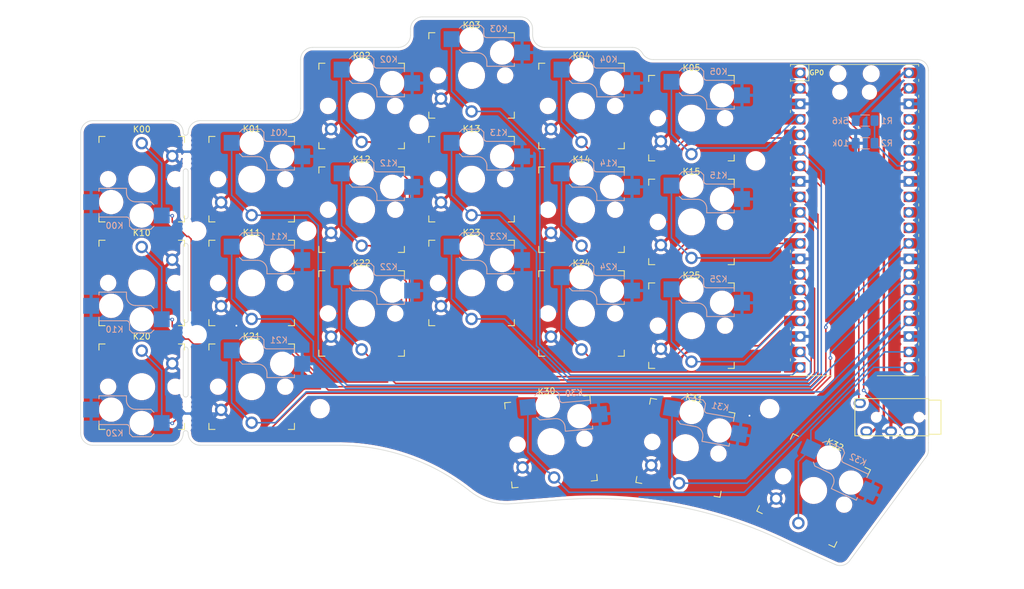
<source format=kicad_pcb>
(kicad_pcb (version 20211014) (generator pcbnew)
  (title_block (rev "rev1.0"))
  (layers (0 "F.Cu" signal) (31 "B.Cu" signal) (34 "B.Paste" user) (35 "F.Paste" user) (36 "B.SilkS" user "B.Silkscreen") (37 "F.SilkS" user "F.Silkscreen") (38 "B.Mask" user) (39 "F.Mask" user) (44 "Edge.Cuts" user))
  (net 0 "")
  (net 1 "GND")
  (net 2 "/k00")
  (net 3 "/k01")
  (net 4 "/k02")
  (net 5 "/k03")
  (net 6 "/k04")
  (net 7 "/k05")
  (net 8 "/k10")
  (net 9 "/k11")
  (net 10 "/k12")
  (net 11 "/k13")
  (net 12 "/k14")
  (net 13 "/k15")
  (net 14 "/k20")
  (net 15 "/k21")
  (net 16 "/k22")
  (net 17 "/k23")
  (net 18 "/k24")
  (net 19 "/k25")
  (net 20 "/k30")
  (net 21 "/k31")
  (net 22 "/k32")
  (net 23 "rx")
  (net 24 "tx")
  (net 25 "VBUS")
  (net 26 "vbus_sense")
  (net 33 "VCC")
  (footprint "keyswitches:Kailh_socket_PG1350_optional" (layer "F.Cu") (at 164 94)
    (fp_text reference "K25")
    (fp_text value "KEYSW")
  )
  (footprint "keyswitches:Kailh_socket_PG1350_optional" (layer "F.Cu") (at 146 92)
    (fp_text reference "K24")
    (fp_text value "KEYSW")
  )
  (footprint "keyswitches:Kailh_socket_PG1350_optional" (layer "F.Cu") (at 92 104)
    (fp_text reference "K21")
    (fp_text value "KEYSW")
  )
  (footprint "keyswitches:Kailh_socket_PG1350_optional" (layer "F.Cu") (at 110 58)
    (fp_text reference "K02")
    (fp_text value "KEYSW")
  )
  (footprint "beekeeb_lib:MountingHole_2.2mm_M2-8mm" (layer "F.Cu") (at 103.2 107.6)
    (fp_text reference "H4" hide)
    (fp_text value "MountingHole")
  )
  (footprint "keyswitches:Kailh_socket_PG1350_optional" (layer "F.Cu") (at 74 87 180)
    (fp_text reference "K10")
    (fp_text value "KEYSW")
  )
  (footprint "RPi_Pico:RPi_Pico_SMD_TH" (layer "F.Cu") (at 190.7032 76.708)
    (fp_text reference "U2" hide)
    (fp_text value "Pico")
  )
  (footprint "keyswitches:Kailh_socket_PG1350_optional" (layer "F.Cu") (at 146 58)
    (fp_text reference "K04")
    (fp_text value "KEYSW")
  )
  (footprint "keyswitches:Kailh_socket_PG1350_optional" (layer "F.Cu") (at 110 75)
    (fp_text reference "K12")
    (fp_text value "KEYSW")
  )
  (footprint "beekeeb_lib:MountingHole_2.2mm_M2-8mm" (layer "F.Cu") (at 174.5 67)
    (fp_text reference "H2" hide)
    (fp_text value "MountingHole")
  )
  (footprint "keyswitches:Kailh_socket_PG1350_optional" (layer "F.Cu") (at 141 113 5)
    (fp_text reference "K30")
    (fp_text value "KEYSW")
  )
  (footprint "beekeeb_lib:MountingHole_2.2mm_M2-8mm" (layer "F.Cu") (at 83 95.5)
    (fp_text reference "H4" hide)
    (fp_text value "MountingHole")
  )
  (footprint "keyswitches:Kailh_socket_PG1350_optional" (layer "F.Cu") (at 92 70)
    (fp_text reference "K01")
    (fp_text value "KEYSW")
  )
  (footprint "beekeeb_lib:mousebites_2" (layer "F.Cu") (at 81.4 78.5 90)
    (fp_text reference "MB1" hide)
    (fp_text value "MountingHole" hide)
  )
  (footprint "beekeeb_lib:mousebites_3" (layer "F.Cu") (at 81.4 108.4352 90)
    (fp_text reference "MB3" hide)
    (fp_text value "MountingHole" hide)
  )
  (footprint "beekeeb_lib:mousebites_2" (layer "F.Cu") (at 81.4 95.5 90)
    (fp_text reference "MB2" hide)
    (fp_text value "MountingHole" hide)
  )
  (footprint "keyswitches:Kailh_socket_PG1350_optional" (layer "F.Cu") (at 146 75)
    (fp_text reference "K14")
    (fp_text value "KEYSW")
  )
  (footprint "keyswitches:Kailh_socket_PG1350_optional" (layer "F.Cu") (at 128 87)
    (fp_text reference "K23")
    (fp_text value "KEYSW")
  )
  (footprint "keyswitches:Kailh_socket_PG1350_optional" (layer "F.Cu") (at 128 53)
    (fp_text reference "K03")
    (fp_text value "KEYSW")
  )
  (footprint "beekeeb_lib:MountingHole_2.2mm_M2-8mm" (layer "F.Cu") (at 83 78.5)
    (fp_text reference "H4" hide)
    (fp_text value "MountingHole")
  )
  (footprint "beekeeb_lib:MountingHole_2.2mm_M2-8mm" (layer "F.Cu") (at 119.4 61)
    (fp_text reference "H1" hide)
    (fp_text value "MountingHole")
  )
  (footprint "keyswitches:Kailh_socket_PG1350_optional" (layer "F.Cu") (at 110 92)
    (fp_text reference "K22")
    (fp_text value "KEYSW")
  )
  (footprint "Keebio-Parts:TRRS-PJ-320A" (layer "F.Cu") (at 202.85 109 -90)
    (fp_text reference "J1" hide)
    (fp_text value "TRRS")
  )
  (footprint "keyswitches:Kailh_socket_PG1350_optional" (layer "F.Cu") (at 164 77)
    (fp_text reference "K15")
    (fp_text value "KEYSW")
  )
  (footprint "beekeeb_lib:MountingHole_2.2mm_M2-8mm" (layer "F.Cu") (at 176.8 107.6)
    (fp_text reference "H3" hide)
    (fp_text value "MountingHole")
  )
  (footprint "beekeeb_lib:MountingHole_2.2mm_M2-8mm" (layer "F.Cu") (at 101 78.5)
    (fp_text reference "H1" hide)
    (fp_text value "MountingHole")
  )
  (footprint "keyswitches:Kailh_socket_PG1350_optional" (layer "F.Cu") (at 184 121 -25)
    (fp_text reference "K32")
    (fp_text value "KEYSW")
  )
  (footprint "keyswitches:Kailh_socket_PG1350_optional" (layer "F.Cu") (at 92 87)
    (fp_text reference "K11")
    (fp_text value "KEYSW")
  )
  (footprint "keyswitches:Kailh_socket_PG1350_optional" (layer "F.Cu") (at 164 60)
    (fp_text reference "K05")
    (fp_text value "KEYSW")
  )
  (footprint "beekeeb_lib:mousebites_3" (layer "F.Cu") (at 81.4 65.5352 90)
    (fp_text reference "MB4" hide)
    (fp_text value "MountingHole" hide)
  )
  (footprint "keyswitches:Kailh_socket_PG1350_optional" (layer "F.Cu") (at 74 104 180)
    (fp_text reference "K20")
    (fp_text value "KEYSW")
  )
  (footprint "keyswitches:Kailh_socket_PG1350_optional" (layer "F.Cu") (at 128 70)
    (fp_text reference "K13")
    (fp_text value "KEYSW")
  )
  (footprint "keyswitches:Kailh_socket_PG1350_optional" (layer "F.Cu") (at 74 70 180)
    (fp_text reference "K00")
    (fp_text value "KEYSW")
  )
  (footprint "keyswitches:Kailh_socket_PG1350_optional" (layer "F.Cu") (at 163 114 -10)
    (fp_text reference "K31")
    (fp_text value "KEYSW")
  )
  (footprint "Resistor_SMD:R_1206_3216Metric_Pad1.30x1.75mm_HandSolder" (layer "B.Cu") (at 192.4304 64.1096 180)
    (fp_text reference "R2")
    (fp_text value "10k")
  )
  (footprint "Resistor_SMD:R_1206_3216Metric_Pad1.30x1.75mm_HandSolder" (layer "B.Cu") (at 192.4304 60.4012)
    (fp_text reference "R1")
    (fp_text value "5k6")
  )
  (gr_line (start 81.6 97.9) (end 81.6 105.3) (layer "Edge.Cuts") (width 0.1))
  (gr_arc (start 201 50.4) (mid 202.272792 50.927208) (end 202.8 52.2) (layer "Edge.Cuts") (width 0.1))
  (gr_line (start 98 60.4) (end 83.6 60.4) (layer "Edge.Cuts") (width 0.1))
  (gr_arc (start 100 50.4) (mid 100.585786 48.985786) (end 102 48.4) (layer "Edge.Cuts") (width 0.1))
  (gr_line (start 83.6 113.6) (end 106.5 113.6) (layer "Edge.Cuts") (width 0.1))
  (gr_line (start 189.949999 132.449999) (end 202.434044 115.487896) (layer "Edge.Cuts") (width 0.1))
  (gr_arc (start 134.5 123.175) (mid 130.930967 122.788889) (end 127.75 121.125) (layer "Edge.Cuts") (width 0.1))
  (gr_arc (start 118 45.4) (mid 118.585786 43.985786) (end 120 43.4) (layer "Edge.Cuts") (width 0.1))
  (gr_arc (start 78.8 60.4) (mid 80.214214 60.985786) (end 80.8 62.4) (layer "Edge.Cuts") (width 0.1))
  (gr_line (start 201 50.4) (end 157.750002 50.399998) (layer "Edge.Cuts") (width 0.1))
  (gr_line (start 118 45.4) (end 118 46.4) (layer "Edge.Cuts") (width 0.1))
  (gr_arc (start 81.6 62.4) (mid 81.2 62.8) (end 80.8 62.4) (layer "Edge.Cuts") (width 0.1))
  (gr_line (start 138 46.4) (end 138 45.4) (layer "Edge.Cuts") (width 0.1))
  (gr_line (start 81.6 68.7) (end 81.6 76.1) (layer "Edge.Cuts") (width 0.1))
  (gr_arc (start 81.6 93.1) (mid 81.2 93.5) (end 80.8 93.1) (layer "Edge.Cuts") (width 0.1))
  (gr_arc (start 80.8 111.6) (mid 81.2 111.2) (end 81.6 111.6) (layer "Edge.Cuts") (width 0.1))
  (gr_arc (start 81.6 76.1) (mid 81.2 76.5) (end 80.8 76.1) (layer "Edge.Cuts") (width 0.1))
  (gr_arc (start 80.8 111.6) (mid 80.214214 113.014214) (end 78.8 113.6) (layer "Edge.Cuts") (width 0.1))
  (gr_line (start 80.8 97.9) (end 80.8 105.3) (layer "Edge.Cuts") (width 0.1))
  (gr_arc (start 202.8 114.4) (mid 202.70606 114.973899) (end 202.434044 115.487896) (layer "Edge.Cuts") (width 0.1))
  (gr_line (start 100 50.4) (end 100 58.4) (layer "Edge.Cuts") (width 0.1))
  (gr_arc (start 80.8 68.7) (mid 81.2 68.3) (end 81.6 68.7) (layer "Edge.Cuts") (width 0.1))
  (gr_line (start 78.8 60.4) (end 66 60.4) (layer "Edge.Cuts") (width 0.1))
  (gr_line (start 66 113.6) (end 78.8 113.6) (layer "Edge.Cuts") (width 0.1))
  (gr_arc (start 136 43.4) (mid 137.414214 43.985786) (end 138 45.4) (layer "Edge.Cuts") (width 0.1))
  (gr_arc (start 118 46.4) (mid 117.414214 47.814214) (end 116 48.4) (layer "Edge.Cuts") (width 0.1))
  (gr_arc (start 66 113.6) (mid 64.585786 113.014214) (end 64 111.6) (layer "Edge.Cuts") (width 0.1))
  (gr_line (start 202.8 114.4) (end 202.8 113.2) (layer "Edge.Cuts") (width 0.1))
  (gr_line (start 141.8 122.600001) (end 134.5 123.175) (layer "Edge.Cuts") (width 0.1))
  (gr_line (start 180.129399 129.8) (end 187.513868 133.121447) (layer "Edge.Cuts") (width 0.1))
  (gr_arc (start 83.6 113.6) (mid 82.185786 113.014214) (end 81.6 111.6) (layer "Edge.Cuts") (width 0.1))
  (gr_arc (start 140 48.4) (mid 138.585786 47.814214) (end 138 46.4) (layer "Edge.Cuts") (width 0.1))
  (gr_line (start 80.8 68.7) (end 80.8 76.1) (layer "Edge.Cuts") (width 0.1))
  (gr_arc (start 157.750002 50.399998) (mid 156.742216 50.132373) (end 156 49.4) (layer "Edge.Cuts") (width 0.1))
  (gr_line (start 64 62.4) (end 64 111.6) (layer "Edge.Cuts") (width 0.1))
  (gr_arc (start 80.8 97.9) (mid 81.2 97.5) (end 81.6 97.9) (layer "Edge.Cuts") (width 0.1))
  (gr_line (start 80.8 80.9) (end 80.8 93.1) (layer "Edge.Cuts") (width 0.1))
  (gr_arc (start 80.8 80.9) (mid 81.2 80.5) (end 81.6 80.9) (layer "Edge.Cuts") (width 0.1))
  (gr_line (start 136 43.4) (end 120 43.4) (layer "Edge.Cuts") (width 0.1))
  (gr_arc (start 64 62.4) (mid 64.585786 60.985786) (end 66 60.4) (layer "Edge.Cuts") (width 0.1))
  (gr_arc (start 106.5 113.600001) (mid 117.756229 115.57996) (end 127.75 121.125) (layer "Edge.Cuts") (width 0.1))
  (gr_line (start 116 48.4) (end 102 48.4) (layer "Edge.Cuts") (width 0.1))
  (gr_arc (start 154.3 48.4) (mid 155.286154 48.668538) (end 156 49.4) (layer "Edge.Cuts") (width 0.1))
  (gr_line (start 81.6 80.9) (end 81.6 93.1) (layer "Edge.Cuts") (width 0.1))
  (gr_line (start 202.8 113.2) (end 202.8 52.2) (layer "Edge.Cuts") (width 0.1))
  (gr_arc (start 81.6 105.3) (mid 81.2 105.7) (end 80.8 105.3) (layer "Edge.Cuts") (width 0.1))
  (gr_arc (start 100 58.4) (mid 99.414214 59.814214) (end 98 60.4) (layer "Edge.Cuts") (width 0.1))
  (gr_arc (start 81.6 62.4) (mid 82.185786 60.985786) (end 83.6 60.4) (layer "Edge.Cuts") (width 0.1))
  (gr_arc (start 189.949999 132.449999) (mid 188.858511 133.244969) (end 187.513868 133.121447) (layer "Edge.Cuts") (width 0.1))
  (gr_line (start 154.3 48.4) (end 140 48.4) (layer "Edge.Cuts") (width 0.1))
  (gr_arc (start 141.8 122.600001) (mid 161.459797 123.564333) (end 180.129399 129.8) (layer "Edge.Cuts") (width 0.1))
  (segment (start 199.5932 95.758) (end 198.3432 95.758) (width 0.4) (layer "F.Cu") (net 1))
  (segment (start 198.3432 95.758) (end 196.65 97.4512) (width 0.4) (layer "F.Cu") (net 1))
  (segment (start 196.65 97.4512) (end 196.65 111.3) (width 0.4) (layer "F.Cu") (net 1))
  (via (at 89.5 94) (size 0.6) (drill 0.3) (layers "F.Cu" "B.Cu") (net 1))
  (via (at 173.5 108.75) (size 0.6) (drill 0.3) (layers "F.Cu" "B.Cu") (net 1))
  (segment (start 81.125527 108.4) (end 77.99952 105.273993) (width 0.4) (layer "B.Cu") (net 1))
  (segment (start 84 67.2) (end 84 70.8) (width 0.4) (layer "B.Cu") (net 1))
  (segment (start 77.99952 105.273993) (end 77.99952 101.20048) (width 0.4) (layer "B.Cu") (net 1))
  (segment (start 87 107.8) (end 86.4 108.4) (width 0.4) (layer "B.Cu") (net 1))
  (segment (start 84 70.8) (end 87 73.8) (width 0.4) (layer "B.Cu") (net 1))
  (segment (start 82.3 65.5) (end 84 67.2) (width 0.4) (layer "B.Cu") (net 1))
  (segment (start 77.99952 101.20048) (end 79 100.2) (width 0.4) (layer "B.Cu") (net 1))
  (segment (start 79.7 65.5) (end 82.3 65.5) (width 0.4) (layer "B.Cu") (net 1))
  (segment (start 86.4 108.4) (end 81.125527 108.4) (width 0.4) (layer "B.Cu") (net 1))
  (segment (start 79 66.2) (end 79.7 65.5) (width 0.4) (layer "B.Cu") (net 1))
  (segment (start 183.532555 103.999081) (end 185.249999 102.281637) (width 0.25) (layer "F.Cu") (net 2))
  (segment (start 185.249999 102.281637) (end 185.25 71.2548) (width 0.25) (layer "F.Cu") (net 2))
  (segment (start 81.658686 79.375479) (end 82.1 79.816793) (width 0.25) (layer "F.Cu") (net 2))
  (segment (start 79 77) (end 81.375479 79.375479) (width 0.25) (layer "F.Cu") (net 2))
  (segment (start 79 76) (end 79 77) (width 0.25) (layer "F.Cu") (net 2))
  (segment (start 95.601649 94.824511) (end 104.776219 103.999081) (width 0.25) (layer "F.Cu") (net 2))
  (segment (start 82.1 91.5) (end 85.424511 94.824511) (width 0.25) (layer "F.Cu") (net 2))
  (segment (start 104.776219 103.999081) (end 183.532555 103.999081) (width 0.25) (layer "F.Cu") (net 2))
  (segment (start 185.25 71.2548) (end 181.8132 67.818) (width 0.25) (layer "F.Cu") (net 2))
  (segment (start 82.1 79.816793) (end 82.1 91.5) (width 0.25) (layer "F.Cu") (net 2))
  (segment (start 81.375479 79.375479) (end 81.658686 79.375479) (width 0.25) (layer "F.Cu") (net 2))
  (segment (start 85.424511 94.824511) (end 95.601649 94.824511) (width 0.25) (layer "F.Cu") (net 2))
  (via (at 79 76) (size 0.6) (drill 0.3) (layers "F.Cu" "B.Cu") (net 2))
  (segment (start 77.275 67.375) (end 77.275 75.95) (width 0.25) (layer "B.Cu") (net 2))
  (segment (start 78.95 75.95) (end 77.275 75.95) (width 0.25) (layer "B.Cu") (net 2))
  (segment (start 79 76) (end 78.95 75.95) (width 0.25) (layer "B.Cu") (net 2))
  (segment (start 74 64.1) (end 77.275 67.375) (width 0.25) (layer "B.Cu") (net 2))
  (segment (start 107.626657 103.749519) (end 183.204543 103.749519) (width 0.25) (layer "B.Cu") (net 3))
  (segment (start 101.2 75.9) (end 102.9 77.6) (width 0.25) (layer "B.Cu") (net 3))
  (segment (start 183.204543 103.749519) (end 185.25 101.704062) (width 0.25) (layer "B.Cu") (net 3))
  (segment (start 102.9 77.6) (end 102.9 99.022862) (width 0.25) (layer "B.Cu") (net 3))
  (segment (start 88.725 64.05) (end 88.725 72.625) (width 0.25) (layer "B.Cu") (net 3))
  (segment (start 185.25 68.7148) (end 181.8132 65.278) (width 0.25) (layer "B.Cu") (net 3))
  (segment (start 88.725 72.625) (end 92 75.9) (width 0.25) (layer "B.Cu") (net 3))
  (segment (start 92 75.9) (end 101.2 75.9) (width 0.25) (layer "B.Cu") (net 3))
  (segment (start 102.9 99.022862) (end 107.626657 103.749519) (width 0.25) (layer "B.Cu") (net 3))
  (segment (start 185.25 101.704062) (end 185.25 68.7148) (width 0.25) (layer "B.Cu") (net 3))
  (segment (start 117.84952 96.34952) (end 123.850521 102.350521) (width 0.25) (layer "F.Cu") (net 4))
  (segment (start 117.849519 70.312679) (end 117.84952 96.34952) (width 0.25) (layer "F.Cu") (net 4))
  (segment (start 110 63.9) (end 111.43684 63.9) (width 0.25) (layer "F.Cu") (net 4))
  (segment (start 183.60144 89.92624) (end 181.8132 88.138) (width 0.25) (layer "F.Cu") (net 4))
  (segment (start 111.43684 63.9) (end 117.849519 70.312679) (width 0.25) (layer "F.Cu") (net 4))
  (segment (start 183.60144 101.590008) (end 183.60144 89.92624) (width 0.25) (layer "F.Cu") (net 4))
  (segment (start 182.849701 102.350521) (end 183.600111 101.600111) (width 0.25) (layer "F.Cu") (net 4))
  (segment (start 123.850521 102.350521) (end 182.849701 102.350521) (width 0.25) (layer "F.Cu") (net 4))
  (segment (start 106.725 60.625) (end 110 63.9) (width 0.25) (layer "B.Cu") (net 4))
  (segment (start 106.725 52.05) (end 106.725 60.625) (width 0.25) (layer "B.Cu") (net 4))
  (segment (start 128 58.9) (end 132.574022 58.9) (width 0.25) (layer "B.Cu") (net 5))
  (segment (start 124.725 47.05) (end 124.725 55.625) (width 0.25) (layer "B.Cu") (net 5))
  (segment (start 181.762 100.838) (end 180.5 102.1) (width 0.25) (layer "B.Cu") (net 5))
  (segment (start 139.175479 97.075479) (end 144.2 102.1) (width 0.25) (layer "B.Cu") (net 5))
  (segment (start 139.175479 65.501457) (end 139.175479 97.075479) (width 0.25) (layer "B.Cu") (net 5))
  (segment (start 144.2 102.1) (end 180.5 102.1) (width 0.25) (layer "B.Cu") (net 5))
  (segment (start 181.8132 100.838) (end 181.762 100.838) (width 0.25) (layer "B.Cu") (net 5))
  (segment (start 132.574022 58.9) (end 139.175479 65.501457) (width 0.25) (layer "B.Cu") (net 5))
  (segment (start 124.725 55.625) (end 128 58.9) (width 0.25) (layer "B.Cu") (net 5))
  (segment (start 160.15 66.25) (end 163.15 63.25) (width 0.25) (layer "F.Cu") (net 6))
  (segment (start 146 63.9) (end 148.35 66.25) (width 0.25) (layer "F.Cu") (net 6))
  (segment (start 163.15 63.25) (end 181.3012 63.25) (width 0.25) (layer "F.Cu") (net 6))
  (segment (start 148.35 66.25) (end 160.15 66.25) (width 0.25) (layer "F.Cu") (net 6))
  (segment (start 181.3012 63.25) (end 181.8132 62.738) (width 0.25) (layer "F.Cu") (net 6))
  (segment (start 142.725 52.05) (end 142.725 60.625) (width 0.25) (layer "B.Cu") (net 6))
  (segment (start 142.725 60.625) (end 146 63.9) (width 0.25) (layer "B.Cu") (net 6))
  (segment (start 160.725 54.05) (end 160.725 62.625) (width 0.25) (layer "B.Cu") (net 7))
  (segment (start 160.725 62.625) (end 164 65.9) (width 0.25) (layer "B.Cu") (net 7))
  (segment (start 176.215999 64.884001) (end 180.902 60.198) (width 0.25) (layer "B.Cu") (net 7))
  (segment (start 180.902 60.198) (end 181.8132 60.198) (width 0.25) (layer "B.Cu") (net 7))
  (segment (start 165.015999 64.884001) (end 176.215999 64.884001) (width 0.25) (layer "B.Cu") (net 7))
  (segment (start 164 65.9) (end 165.015999 64.884001) (width 0.25) (layer "B.Cu") (net 7))
  (segment (start 95.424521 95.424521) (end 104.548601 104.548601) (width 0.25) (layer "F.Cu") (net 8))
  (segment (start 81.664711 96.2) (end 82.489232 97.024521) (width 0.25) (layer "F.Cu") (net 8))
  (segment (start 81.1 96.2) (end 81.664711 96.2) (width 0.25) (layer "F.Cu") (net 8))
  (segment (start 104.548601 104.548601) (end 183.760173 104.548601) (width 0.25) (layer "F.Cu") (net 8))
  (segment (start 183.760173 104.548601) (end 183.854387 104.454387) (width 0.25) (layer "F.Cu") (net 8))
  (segment (start 186 102.308774) (end 183.854387 104.454387) (width 0.25) (layer "F.Cu") (net 8))
  (segment (start 79 94.1) (end 81.1 96.2) (width 0.25) (layer "F.Cu") (net 8))
  (segment (start 79 93) (end 79 94.1) (width 0.25) (layer "F.Cu") (net 8))
  (segment (start 183.854387 104.454387) (end 183.779387 104.529387) (width 0.25) (layer "F.Cu") (net 8))
  (segment (start 186 94.25) (end 186 102.3) (width 0.25) (layer "F.Cu") (net 8))
  (segment (start 84.531478 97.024521) (end 86.131478 95.424521) (width 0.25) (layer "F.Cu") (net 8))
  (segment (start 86.131478 95.424521) (end 95.424521 95.424521) (width 0.25) (layer "F.Cu") (net 8))
  (segment (start 186 102.3) (end 186 102.308774) (width 0.25) (layer "F.Cu") (net 8))
  (segment (start 82.489232 97.024521) (end 84.531478 97.024521) (width 0.25) (layer "F.Cu") (net 8))
  (via (at 186 94.25) (size 0.6) (drill 0.3) (layers "F.Cu" "B.Cu") (net 8))
  (via (at 79 93) (size 0.6) (drill 0.3) (layers "F.Cu" "B.Cu") (net 8))
  (segment (start 186 93.860769) (end 199.342769 80.518) (width 0.25) (layer "B.Cu") (net 8))
  (segment (start 79 93) (end 78.95 92.95) (width 0.25) (layer "B.Cu") (net 8))
  (segment (start 186 94.25) (end 186 93.860769) (width 0.25) (layer "B.Cu") (net 8))
  (segment (start 199.342769 80.518) (end 199.5932 80.518) (width 0.25) (layer "B.Cu") (net 8))
  (segment (start 77.275 84.375) (end 74 81.1) (width 0.25) (layer "B.Cu") (net 8))
  (segment (start 77.275 92.95) (end 77.275 84.375) (width 0.25) (layer "B.Cu") (net 8))
  (segment (start 78.95 92.95) (end 77.275 92.95) (width 0.25) (layer "B.Cu") (net 8))
  (segment (start 88.725 81.05) (end 88.725 89.625) (width 0.25) (layer "B.Cu") (net 9))
  (segment (start 107.39904 104.29904) (end 183.43216 104.29904) (width 0.25) (layer "B.Cu") (net 9))
  (segment (start 102.1 96.577138) (end 102.1 99) (width 0.25) (layer "B.Cu") (net 9))
  (segment (start 183.43216 104.29904) (end 199.5932 88.138) (width 0.25) (layer "B.Cu") (net 9))
  (segment (start 98.422862 92.9) (end 102.1 96.577138) (width 0.25) (layer "B.Cu") (net 9))
  (segment (start 92 92.9) (end 98.422862 92.9) (width 0.25) (layer "B.Cu") (net 9))
  (segment (start 88.725 89.625) (end 92 92.9) (width 0.25) (layer "B.Cu") (net 9))
  (segment (start 102.1 99) (end 107.39904 104.29904) (width 0.25) (layer "B.Cu") (net 9))
  (segment (start 123.300041 102.900041) (end 183.077319 102.900041) (width 0.25) (layer "F.Cu") (net 10))
  (segment (start 181.822222 85.598) (end 181.8132 85.598) (width 0.25) (layer "F.Cu") (net 10))
  (segment (start 184.15096 101.8264) (end 184.15096 87.926738) (width 0.25) (layer "F.Cu") (net 10))
  (segment (start 111.43684 80.9) (end 117.3 86.76316) (width 0.25) (layer "F.Cu") (net 10))
  (segment (start 184.15096 87.926738) (end 181.822222 85.598) (width 0.25) (layer "F.Cu") (net 10))
  (segment (start 110 80.9) (end 111.43684 80.9) (width 0.25) (layer "F.Cu") (net 10))
  (segment (start 183.077319 102.900041) (end 184.15096 101.8264) (width 0.25) (layer "F.Cu") (net 10))
  (segment (start 117.3 96.9) (end 123.300041 102.900041) (width 0.25) (layer "F.Cu") (net 10))
  (segment (start 117.3 86.76316) (end 117.3 96.9) (width 0.25) (layer "F.Cu") (net 10))
  (segment (start 106.725 77.625) (end 110 80.9) (width 0.25) (layer "B.Cu") (net 10))
  (segment (start 106.725 69.05) (end 106.725 77.625) (width 0.25) (layer "B.Cu") (net 10))
  (segment (start 183.5 101.75) (end 183.5 99.9848) (width 0.25) (layer "B.Cu") (net 11))
  (segment (start 124.725 64.05) (end 124.725 72.625) (width 0.25) (layer "B.Cu") (net 11))
  (segment (start 143.972382 102.64952) (end 160.626418 102.64952) (width 0.25) (layer "B.Cu") (net 11))
  (segment (start 160.7 102.64952) (end 182.60048 102.64952) (width 0.25) (layer "B.Cu") (net 11))
  (segment (start 182.60048 102.64952) (end 183.5 101.75) (width 0.25) (layer "B.Cu") (net 11))
  (segment (start 138.62596 97.303098) (end 143.972382 102.64952) (width 0.25) (layer "B.Cu") (net 11))
  (segment (start 124.725 72.625) (end 128 75.9) (width 0.25) (layer "B.Cu") (net 11))
  (segment (start 132.574022 75.9) (end 138.625959 81.951937) (width 0.25) (layer "B.Cu") (net 11))
  (segment (start 183.5 99.9848) (end 181.8132 98.298) (width 0.25) (layer "B.Cu") (net 11))
  (segment (start 138.625959 81.951937) (end 138.62596 97.303098) (width 0.25) (layer "B.Cu") (net 11))
  (segment (start 128 75.9) (end 132.574022 75.9) (width 0.25) (layer "B.Cu") (net 11))
  (segment (start 146 80.9) (end 148.4 83.3) (width 0.25) (layer "F.Cu") (net 12))
  (segment (start 160.2 83.3) (end 162.982 80.518) (width 0.25) (layer "F.Cu") (net 12))
  (segment (start 162.982 80.518) (end 181.8132 80.518) (width 0.25) (layer "F.Cu") (net 12))
  (segment (start 148.4 83.3) (end 160.2 83.3) (width 0.25) (layer "F.Cu") (net 12))
  (segment (start 142.725 77.625) (end 146 80.9) (width 0.25) (layer "B.Cu") (net 12))
  (segment (start 142.725 69.05) (end 142.725 77.625) (width 0.25) (layer "B.Cu") (net 12))
  (segment (start 160.725 79.625) (end 164 82.9) (width 0.25) (layer "B.Cu") (net 13))
  (segment (start 176.8912 82.9) (end 181.8132 77.978) (width 0.25) (layer "B.Cu") (net 13))
  (segment (start 160.725 71.05) (end 160.725 79.625) (width 0.25) (layer "B.Cu") (net 13))
  (segment (start 164 82.9) (end 176.8912 82.9) (width 0.25) (layer "B.Cu") (net 13))
  (segment (start 186.75 102.335912) (end 186.75 99.3) (width 0.25) (layer "F.Cu") (net 14))
  (segment (start 88.05 111.8) (end 94.2 111.8) (width 0.25) (layer "F.Cu") (net 14))
  (segment (start 84.65 108.4) (end 88.05 111.8) (width 0.25) (layer "F.Cu") (net 14))
  (segment (start 79 110) (end 80.6 108.4) (width 0.25) (layer "F.Cu") (net 14))
  (segment (start 100.901879 105.098121) (end 183.987791 105.098121) (width 0.25) (layer "F.Cu") (net 14))
  (segment (start 80.6 108.4) (end 84.65 108.4) (width 0.25) (layer "F.Cu") (net 14))
  (segment (start 183.987791 105.098121) (end 186.75 102.335912) (width 0.25) (layer "F.Cu") (net 14))
  (segment (start 94.2 111.8) (end 100.901879 105.098121) (width 0.25) (layer "F.Cu") (net 14))
  (via (at 186.75 99.3) (size 0.6) (drill 0.3) (layers "F.Cu" "B.Cu") (net 14))
  (via (at 79 110) (size 0.6) (drill 0.3) (layers "F.Cu" "B.Cu") (net 14))
  (segment (start 79 110) (end 78.95 109.95) (width 0.25) (layer "B.Cu") (net 14))
  (segment (start 77.275 101.375) (end 74 98.1) (width 0.25) (layer "B.Cu") (net 14))
  (segment (start 78.95 109.95) (end 77.275 109.95) (width 0.25) (layer "B.Cu") (net 14))
  (segment (start 77.275 109.95) (end 77.275 101.375) (width 0.25) (layer "B.Cu") (net 14))
  (segment (start 186.75 98.4412) (end 199.5932 85.598) (width 0.25) (layer "B.Cu") (net 14))
  (segment (start 186.75 99.3) (end 186.75 98.4412) (width 0.25) (layer "B.Cu") (net 14))
  (segment (start 88.725 106.625) (end 92 109.9) (width 0.25) (layer "B.Cu") (net 15))
  (segment (start 185.42264 104.84856) (end 199.5932 90.678) (width 0.25) (layer "B.Cu") (net 15))
  (segment (start 100.95144 104.84856) (end 185.42264 104.84856) (width 0.25) (layer "B.Cu") (net 15))
  (segment (start 88.725 98.05) (end 88.725 106.625) (width 0.25) (layer "B.Cu") (net 15))
  (segment (start 95.9 109.9) (end 100.95144 104.84856) (width 0.25) (layer "B.Cu") (net 15))
  (segment (start 92 109.9) (end 95.9 109.9) (width 0.25) (layer "B.Cu") (net 15))
  (segment (start 183.304937 103.449561) (end 184.70048 102.054018) (width 0.25) (layer "F.Cu") (net 16))
  (segment (start 184.70048 75.78528) (end 181.8132 72.898) (width 0.25) (layer "F.Cu") (net 16))
  (segment (start 115.549561 103.449561) (end 183.304937 103.449561) (width 0.25) (layer "F.Cu") (net 16))
  (segment (start 110 97.9) (end 115.549561 103.449561) (width 0.25) (layer "F.Cu") (net 16))
  (segment (start 184.70048 102.054018) (end 184.70048 75.78528) (width 0.25) (layer "F.Cu") (net 16))
  (segment (start 106.725 94.625) (end 110 97.9) (width 0.25) (layer "B.Cu") (net 16))
  (segment (start 106.725 86.05) (end 106.725 94.625) (width 0.25) (layer "B.Cu") (net 16))
  (segment (start 124.725 89.625) (end 128 92.9) (width 0.25) (layer "B.Cu") (net 17))
  (segment (start 184.70048 78.32528) (end 181.8132 75.438) (width 0.25) (layer "B.Cu") (net 17))
  (segment (start 143.7 103.2) (end 182.976924 103.2) (width 0.25) (layer "B.Cu") (net 17))
  (segment (start 128 92.9) (end 133.4 92.9) (width 0.25) (layer "B.Cu") (net 17))
  (segment (start 124.725 81.05) (end 124.725 89.625) (width 0.25) (layer "B.Cu") (net 17))
  (segment (start 133.4 92.9) (end 143.7 103.2) (width 0.25) (layer "B.Cu") (net 17))
  (segment (start 184.70048 101.476444) (end 184.70048 78.32528) (width 0.25) (layer "B.Cu") (net 17))
  (segment (start 182.976924 103.2) (end 184.70048 101.476444) (width 0.25) (layer "B.Cu") (net 17))
  (segment (start 160.15 100.25) (end 163.1 97.3) (width 0.25) (layer "F.Cu") (net 18))
  (segment (start 148.35 100.25) (end 160.15 100.25) (width 0.25) (layer "F.Cu") (net 18))
  (segment (start 179.082 93.218) (end 181.8132 93.218) (width 0.25) (layer "F.Cu") (net 18))
  (segment (start 146 97.9) (end 148.35 100.25) (width 0.25) (layer "F.Cu") (net 18))
  (segment (start 175 97.3) (end 179.082 93.218) (width 0.25) (layer "F.Cu") (net 18))
  (segment (start 163.1 97.3) (end 175 97.3) (width 0.25) (layer "F.Cu") (net 18))
  (segment (start 142.725 86.05) (end 142.725 94.625) (width 0.25) (layer "B.Cu") (net 18))
  (segment (start 142.725 94.625) (end 146 97.9) (width 0.25) (layer "B.Cu") (net 18))
  (segment (start 160.725 88.05) (end 160.725 96.625) (width 0.25) (layer "B.Cu") (net 19))
  (segment (start 164 99.9) (end 172.5912 99.9) (width 0.25) (layer "B.Cu") (net 19))
  (segment (start 172.5912 99.9) (end 181.8132 90.678) (width 0.25) (layer "B.Cu") (net 19))
  (segment (start 160.725 96.625) (end 164 99.9) (width 0.25) (layer "B.Cu") (net 19))
  (segment (start 141.514219 118.877549) (end 143.93667 121.3) (width 0.25) (layer "B.Cu") (net 20))
  (segment (start 195.624862 98.298) (end 199.5932 98.298) (width 0.25) (layer "B.Cu") (net 20))
  (segment (start 141.514219 118.877549) (end 140.63667 118) (width 0.25) (layer "B.Cu") (net 20))
  (segment (start 143.93667 121.3) (end 172.622862 121.3) (width 0.25) (layer "B.Cu") (net 20))
  (segment (start 137.218886 114.718886) (end 137.218886 107.358077) (width 0.25) (layer "B.Cu") (net 20))
  (segment (start 140.5 118) (end 137.218886 114.718886) (width 0.25) (layer "B.Cu") (net 20))
  (segment (start 140.63667 118) (end 140.5 118) (width 0.25) (layer "B.Cu") (net 20))
  (segment (start 172.622862 121.3) (end 195.624862 98.298) (width 0.25) (layer "B.Cu") (net 20))
  (segment (start 199.5932 93.3068) (end 173.089634 119.810366) (width 0.25) (layer "B.Cu") (net 21))
  (segment (start 199.5932 93.218) (end 199.5932 93.3068) (width 0.25) (layer "B.Cu") (net 21))
  (segment (start 161.975476 119.810366) (end 160.807961 118.642851) (width 0.25) (layer "B.Cu") (net 21))
  (segment (start 173.089634 119.810366) (end 161.975476 119.810366) (width 0.25) (layer "B.Cu") (net 21))
  (segment (start 160.807961 118.642851) (end 160.807961 107.571696) (width 0.25) (layer "B.Cu") (net 21))
  (segment (start 181.506552 116.263263) (end 183.546421 114.223394) (width 0.25) (layer "B.Cu") (net 22))
  (segment (start 181.506552 126.347216) (end 181.506552 116.263263) (width 0.25) (layer "B.Cu") (net 22))
  (segment (start 183.546421 114.223394) (end 183.546421 111.153579) (width 0.25) (layer "B.Cu") (net 22))
  (segment (start 183.546421 111.153579) (end 193.862 100.838) (width 0.25) (layer "B.Cu") (net 22))
  (segment (start 193.862 100.838) (end 199.5932 100.838) (width 0.25) (layer "B.Cu") (net 22))
  (segment (start 191.55 106.7) (end 191.4 106.55) (width 0.25) (layer "F.Cu") (net 23))
  (segment (start 182.022222 55.118) (end 181.8132 55.118) (width 0.25) (layer "F.Cu") (net 23))
  (segment (start 191.4 64.495778) (end 182.022222 55.118) (width 0.25) (layer "F.Cu") (net 23))
  (segment (start 191.4 106.55) (end 191.4 64.495778) (width 0.25) (layer "F.Cu") (net 23))
  (segment (start 181.8132 52.578) (end 192.2 62.9648) (width 0.25) (layer "F.Cu") (net 24))
  (segment (start 192.2 62.9648) (end 192.2 104.6) (width 0.25) (layer "F.Cu") (net 24))
  (via (at 192.2 104.6) (size 0.6) (drill 0.3) (layers "F.Cu" "B.Cu") (net 24))
  (segment (start 198.9 111.3) (end 199.65 111.3) (width 0.25) (layer "B.Cu") (net 24))
  (segment (start 192.2 104.6) (end 198.9 111.3) (width 0.25) (layer "B.Cu") (net 24))
  (segment (start 198.7036 52.578) (end 190.8804 60.4012) (width 0.4) (layer "B.Cu") (net 25))
  (segment (start 199.5932 52.578) (end 198.7036 52.578) (width 0.4) (layer "B.Cu") (net 25))
  (segment (start 193.9804 60.4012) (end 193.9804 64.1096) (width 0.25) (layer "B.Cu") (net 26))
  (segment (start 197.6888 67.818) (end 193.9804 64.1096) (width 0.25) (layer "B.Cu") (net 26))
  (segment (start 199.5932 67.818) (end 197.6888 67.818) (width 0.25) (layer "B.Cu") (net 26))
  (segment (start 198.682 55.118) (end 199.5932 55.118) (width 0.4) (layer "F.Cu") (net 33))
  (segment (start 193.7 111.3) (end 195.5 109.5) (width 0.4) (layer "F.Cu") (net 33))
  (segment (start 195.5 109.5) (end 195.5 58.3) (width 0.4) (layer "F.Cu") (net 33))
  (segment (start 192.65 111.3) (end 193.7 111.3) (width 0.4) (layer "F.Cu") (net 33))
  (segment (start 195.5 58.3) (end 198.682 55.118) (width 0.4) (layer "F.Cu") (net 33))
  (zone (net 1) (net_name "GND") (layers F&B.Cu) (connect_pads (clearance 0.508)) (min_thickness 0.25) (fill yes (thermal_gap 0.508) (thermal_bridge_width 0.508))
    (polygon (pts (xy 218.44 137.16) (xy 50.8 137.16) (xy 50.8 40.64) (xy 218.44 40.64)))
  )
)
</source>
